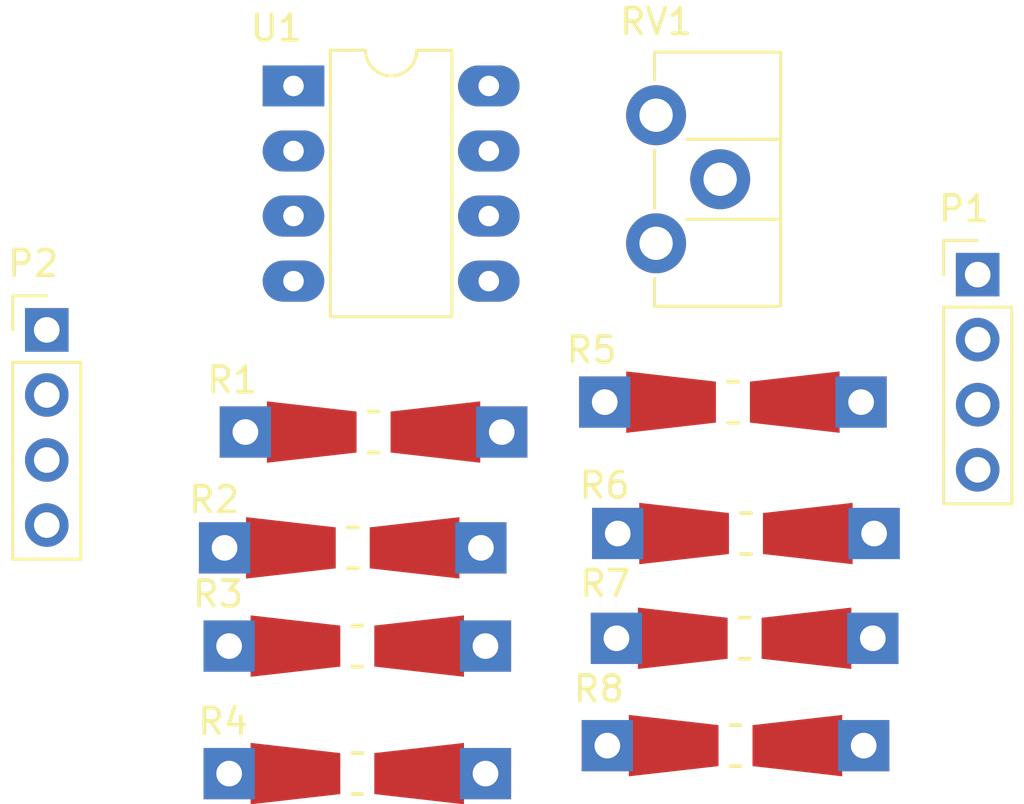
<source format=kicad_pcb>
(kicad_pcb (version 4) (host pcbnew 4.0.6)

  (general
    (links 37)
    (no_connects 37)
    (area 0 0 0 0)
    (thickness 1.6)
    (drawings 0)
    (tracks 0)
    (zones 0)
    (modules 12)
    (nets 14)
  )

  (page A4)
  (layers
    (0 F.Cu signal)
    (31 B.Cu signal)
    (32 B.Adhes user)
    (33 F.Adhes user)
    (34 B.Paste user)
    (35 F.Paste user)
    (36 B.SilkS user)
    (37 F.SilkS user)
    (38 B.Mask user)
    (39 F.Mask user)
    (40 Dwgs.User user)
    (41 Cmts.User user)
    (42 Eco1.User user)
    (43 Eco2.User user)
    (44 Edge.Cuts user)
    (45 Margin user)
    (46 B.CrtYd user)
    (47 F.CrtYd user)
    (48 B.Fab user)
    (49 F.Fab user)
  )

  (setup
    (last_trace_width 0.25)
    (trace_clearance 0.2)
    (zone_clearance 0.508)
    (zone_45_only no)
    (trace_min 0.2)
    (segment_width 0.2)
    (edge_width 0.1)
    (via_size 0.6)
    (via_drill 0.4)
    (via_min_size 0.4)
    (via_min_drill 0.3)
    (uvia_size 0.3)
    (uvia_drill 0.1)
    (uvias_allowed no)
    (uvia_min_size 0.2)
    (uvia_min_drill 0.1)
    (pcb_text_width 0.3)
    (pcb_text_size 1.5 1.5)
    (mod_edge_width 0.15)
    (mod_text_size 1 1)
    (mod_text_width 0.15)
    (pad_size 1.5 1.5)
    (pad_drill 0.6)
    (pad_to_mask_clearance 0)
    (aux_axis_origin 0 0)
    (visible_elements FFFFFF7F)
    (pcbplotparams
      (layerselection 0x00030_80000001)
      (usegerberextensions false)
      (excludeedgelayer true)
      (linewidth 0.100000)
      (plotframeref false)
      (viasonmask false)
      (mode 1)
      (useauxorigin false)
      (hpglpennumber 1)
      (hpglpenspeed 20)
      (hpglpendiameter 15)
      (hpglpenoverlay 2)
      (psnegative false)
      (psa4output false)
      (plotreference true)
      (plotvalue true)
      (plotinvisibletext false)
      (padsonsilk false)
      (subtractmaskfromsilk false)
      (outputformat 1)
      (mirror false)
      (drillshape 1)
      (scaleselection 1)
      (outputdirectory ""))
  )

  (net 0 "")
  (net 1 "Net-(P1-Pad1)")
  (net 2 "Net-(P1-Pad2)")
  (net 3 "Net-(P1-Pad3)")
  (net 4 "Net-(P1-Pad4)")
  (net 5 Vo)
  (net 6 V+)
  (net 7 V-)
  (net 8 Earth)
  (net 9 "Net-(R1-Pad1)")
  (net 10 "Net-(R2-Pad1)")
  (net 11 "Net-(RV1-Pad3)")
  (net 12 "Net-(RV1-Pad2)")
  (net 13 "Net-(RV1-Pad1)")

  (net_class Default "This is the default net class."
    (clearance 0.2)
    (trace_width 0.25)
    (via_dia 0.6)
    (via_drill 0.4)
    (uvia_dia 0.3)
    (uvia_drill 0.1)
    (add_net Earth)
    (add_net "Net-(P1-Pad1)")
    (add_net "Net-(P1-Pad2)")
    (add_net "Net-(P1-Pad3)")
    (add_net "Net-(P1-Pad4)")
    (add_net "Net-(R1-Pad1)")
    (add_net "Net-(R2-Pad1)")
    (add_net "Net-(RV1-Pad1)")
    (add_net "Net-(RV1-Pad2)")
    (add_net "Net-(RV1-Pad3)")
    (add_net V+)
    (add_net V-)
    (add_net Vo)
  )

  (module Pin_Headers:Pin_Header_Straight_1x04_Pitch2.54mm (layer F.Cu) (tedit 59659013) (tstamp 59658E1B)
    (at 147.955 101.346)
    (descr "Through hole straight pin header, 1x04, 2.54mm pitch, single row")
    (tags "Through hole pin header THT 1x04 2.54mm single row")
    (path /5850C311)
    (fp_text reference P1 (at -0.5334 -2.5654) (layer F.SilkS)
      (effects (font (size 1 1) (thickness 0.15)))
    )
    (fp_text value CONN_01X04 (at 0 9.95) (layer F.Fab) hide
      (effects (font (size 1 1) (thickness 0.15)))
    )
    (fp_line (start -0.635 -1.27) (end 1.27 -1.27) (layer F.Fab) (width 0.1))
    (fp_line (start 1.27 -1.27) (end 1.27 8.89) (layer F.Fab) (width 0.1))
    (fp_line (start 1.27 8.89) (end -1.27 8.89) (layer F.Fab) (width 0.1))
    (fp_line (start -1.27 8.89) (end -1.27 -0.635) (layer F.Fab) (width 0.1))
    (fp_line (start -1.27 -0.635) (end -0.635 -1.27) (layer F.Fab) (width 0.1))
    (fp_line (start -1.33 8.95) (end 1.33 8.95) (layer F.SilkS) (width 0.12))
    (fp_line (start -1.33 1.27) (end -1.33 8.95) (layer F.SilkS) (width 0.12))
    (fp_line (start 1.33 1.27) (end 1.33 8.95) (layer F.SilkS) (width 0.12))
    (fp_line (start -1.33 1.27) (end 1.33 1.27) (layer F.SilkS) (width 0.12))
    (fp_line (start -1.33 0) (end -1.33 -1.33) (layer F.SilkS) (width 0.12))
    (fp_line (start -1.33 -1.33) (end 0 -1.33) (layer F.SilkS) (width 0.12))
    (fp_line (start -1.8 -1.8) (end -1.8 9.4) (layer F.CrtYd) (width 0.05))
    (fp_line (start -1.8 9.4) (end 1.8 9.4) (layer F.CrtYd) (width 0.05))
    (fp_line (start 1.8 9.4) (end 1.8 -1.8) (layer F.CrtYd) (width 0.05))
    (fp_line (start 1.8 -1.8) (end -1.8 -1.8) (layer F.CrtYd) (width 0.05))
    (fp_text user %R (at 0 3.81 90) (layer F.Fab)
      (effects (font (size 1 1) (thickness 0.15)))
    )
    (pad 1 thru_hole rect (at 0 0) (size 1.7 1.7) (drill 1) (layers *.Cu *.Mask)
      (net 1 "Net-(P1-Pad1)"))
    (pad 2 thru_hole oval (at 0 2.54) (size 1.7 1.7) (drill 1) (layers *.Cu *.Mask)
      (net 2 "Net-(P1-Pad2)"))
    (pad 3 thru_hole oval (at 0 5.08) (size 1.7 1.7) (drill 1) (layers *.Cu *.Mask)
      (net 3 "Net-(P1-Pad3)"))
    (pad 4 thru_hole oval (at 0 7.62) (size 1.7 1.7) (drill 1) (layers *.Cu *.Mask)
      (net 4 "Net-(P1-Pad4)"))
    (model ${KISYS3DMOD}/Pin_Headers.3dshapes/Pin_Header_Straight_1x04_Pitch2.54mm.wrl
      (at (xyz 0 0 0))
      (scale (xyz 1 1 1))
      (rotate (xyz 0 0 0))
    )
  )

  (module Pin_Headers:Pin_Header_Straight_1x04_Pitch2.54mm (layer F.Cu) (tedit 59659016) (tstamp 59658E23)
    (at 111.633 103.505)
    (descr "Through hole straight pin header, 1x04, 2.54mm pitch, single row")
    (tags "Through hole pin header THT 1x04 2.54mm single row")
    (path /59658F33)
    (fp_text reference P2 (at -0.5334 -2.5908) (layer F.SilkS)
      (effects (font (size 1 1) (thickness 0.15)))
    )
    (fp_text value CONN_01X04 (at 2.8448 10.5664) (layer F.Fab) hide
      (effects (font (size 1 1) (thickness 0.15)))
    )
    (fp_line (start -0.635 -1.27) (end 1.27 -1.27) (layer F.Fab) (width 0.1))
    (fp_line (start 1.27 -1.27) (end 1.27 8.89) (layer F.Fab) (width 0.1))
    (fp_line (start 1.27 8.89) (end -1.27 8.89) (layer F.Fab) (width 0.1))
    (fp_line (start -1.27 8.89) (end -1.27 -0.635) (layer F.Fab) (width 0.1))
    (fp_line (start -1.27 -0.635) (end -0.635 -1.27) (layer F.Fab) (width 0.1))
    (fp_line (start -1.33 8.95) (end 1.33 8.95) (layer F.SilkS) (width 0.12))
    (fp_line (start -1.33 1.27) (end -1.33 8.95) (layer F.SilkS) (width 0.12))
    (fp_line (start 1.33 1.27) (end 1.33 8.95) (layer F.SilkS) (width 0.12))
    (fp_line (start -1.33 1.27) (end 1.33 1.27) (layer F.SilkS) (width 0.12))
    (fp_line (start -1.33 0) (end -1.33 -1.33) (layer F.SilkS) (width 0.12))
    (fp_line (start -1.33 -1.33) (end 0 -1.33) (layer F.SilkS) (width 0.12))
    (fp_line (start -1.8 -1.8) (end -1.8 9.4) (layer F.CrtYd) (width 0.05))
    (fp_line (start -1.8 9.4) (end 1.8 9.4) (layer F.CrtYd) (width 0.05))
    (fp_line (start 1.8 9.4) (end 1.8 -1.8) (layer F.CrtYd) (width 0.05))
    (fp_line (start 1.8 -1.8) (end -1.8 -1.8) (layer F.CrtYd) (width 0.05))
    (fp_text user %R (at 0 3.81 90) (layer F.Fab)
      (effects (font (size 1 1) (thickness 0.15)))
    )
    (pad 1 thru_hole rect (at 0 0) (size 1.7 1.7) (drill 1) (layers *.Cu *.Mask)
      (net 5 Vo))
    (pad 2 thru_hole oval (at 0 2.54) (size 1.7 1.7) (drill 1) (layers *.Cu *.Mask)
      (net 6 V+))
    (pad 3 thru_hole oval (at 0 5.08) (size 1.7 1.7) (drill 1) (layers *.Cu *.Mask)
      (net 7 V-))
    (pad 4 thru_hole oval (at 0 7.62) (size 1.7 1.7) (drill 1) (layers *.Cu *.Mask)
      (net 8 Earth))
    (model ${KISYS3DMOD}/Pin_Headers.3dshapes/Pin_Header_Straight_1x04_Pitch2.54mm.wrl
      (at (xyz 0 0 0))
      (scale (xyz 1 1 1))
      (rotate (xyz 0 0 0))
    )
  )

  (module Resistors_Universal:Resistor_SMD+THTuniversal_0805to1206_RM10_HandSoldering (layer F.Cu) (tedit 59658FF6) (tstamp 59658E2B)
    (at 124.3838 107.4928)
    (descr "Resistor, SMD and THT, universal, 0805 to 1206,RM10,  Hand soldering,")
    (tags "Resistor, SMD and THT, universal, 0805 to 1206, RM10, Hand soldering,")
    (path /59658C65)
    (fp_text reference R1 (at -5.5118 -2.032) (layer F.SilkS)
      (effects (font (size 1 1) (thickness 0.15)))
    )
    (fp_text value 20k (at -0.39878 4.20116) (layer F.Fab) hide
      (effects (font (size 1 1) (thickness 0.15)))
    )
    (fp_line (start 0 0.8001) (end 0.20066 0.8001) (layer F.SilkS) (width 0.15))
    (fp_line (start 0 0.8001) (end -0.20066 0.8001) (layer F.SilkS) (width 0.15))
    (fp_line (start -0.09906 -0.8001) (end -0.20066 -0.8001) (layer F.SilkS) (width 0.15))
    (fp_line (start -0.20066 -0.8001) (end 0.20066 -0.8001) (layer F.SilkS) (width 0.15))
    (pad 1 smd trapezoid (at -2.413 0) (size 3.50012 1.99898) (rect_delta 0.39878 0 ) (layers F.Cu F.Paste F.Mask)
      (net 9 "Net-(R1-Pad1)"))
    (pad 2 smd trapezoid (at 2.413 0 180) (size 3.50012 1.99898) (rect_delta 0.39878 0 ) (layers F.Cu F.Paste F.Mask)
      (net 1 "Net-(P1-Pad1)"))
    (pad 1 thru_hole rect (at -5.00126 0 180) (size 1.99898 1.99898) (drill 1.00076) (layers *.Cu *.Mask)
      (net 9 "Net-(R1-Pad1)"))
    (pad 2 thru_hole rect (at 5.00126 0 180) (size 1.99898 1.99898) (drill 1.00076) (layers *.Cu *.Mask)
      (net 1 "Net-(P1-Pad1)"))
  )

  (module Resistors_Universal:Resistor_SMD+THTuniversal_0805to1206_RM10_HandSoldering (layer F.Cu) (tedit 59658FFC) (tstamp 59658E33)
    (at 123.571 112.014)
    (descr "Resistor, SMD and THT, universal, 0805 to 1206,RM10,  Hand soldering,")
    (tags "Resistor, SMD and THT, universal, 0805 to 1206, RM10, Hand soldering,")
    (path /59658A26)
    (fp_text reference R2 (at -5.4102 -1.8796) (layer F.SilkS)
      (effects (font (size 1 1) (thickness 0.15)))
    )
    (fp_text value 10k (at -0.39878 4.20116) (layer F.Fab) hide
      (effects (font (size 1 1) (thickness 0.15)))
    )
    (fp_line (start 0 0.8001) (end 0.20066 0.8001) (layer F.SilkS) (width 0.15))
    (fp_line (start 0 0.8001) (end -0.20066 0.8001) (layer F.SilkS) (width 0.15))
    (fp_line (start -0.09906 -0.8001) (end -0.20066 -0.8001) (layer F.SilkS) (width 0.15))
    (fp_line (start -0.20066 -0.8001) (end 0.20066 -0.8001) (layer F.SilkS) (width 0.15))
    (pad 1 smd trapezoid (at -2.413 0) (size 3.50012 1.99898) (rect_delta 0.39878 0 ) (layers F.Cu F.Paste F.Mask)
      (net 10 "Net-(R2-Pad1)"))
    (pad 2 smd trapezoid (at 2.413 0 180) (size 3.50012 1.99898) (rect_delta 0.39878 0 ) (layers F.Cu F.Paste F.Mask)
      (net 4 "Net-(P1-Pad4)"))
    (pad 1 thru_hole rect (at -5.00126 0 180) (size 1.99898 1.99898) (drill 1.00076) (layers *.Cu *.Mask)
      (net 10 "Net-(R2-Pad1)"))
    (pad 2 thru_hole rect (at 5.00126 0 180) (size 1.99898 1.99898) (drill 1.00076) (layers *.Cu *.Mask)
      (net 4 "Net-(P1-Pad4)"))
  )

  (module Resistors_Universal:Resistor_SMD+THTuniversal_0805to1206_RM10_HandSoldering (layer F.Cu) (tedit 59658FFA) (tstamp 59658E3B)
    (at 123.7488 115.8494)
    (descr "Resistor, SMD and THT, universal, 0805 to 1206,RM10,  Hand soldering,")
    (tags "Resistor, SMD and THT, universal, 0805 to 1206, RM10, Hand soldering,")
    (path /5850C20E)
    (fp_text reference R3 (at -5.4356 -2.032) (layer F.SilkS)
      (effects (font (size 1 1) (thickness 0.15)))
    )
    (fp_text value 10k (at -0.39878 4.20116) (layer F.Fab) hide
      (effects (font (size 1 1) (thickness 0.15)))
    )
    (fp_line (start 0 0.8001) (end 0.20066 0.8001) (layer F.SilkS) (width 0.15))
    (fp_line (start 0 0.8001) (end -0.20066 0.8001) (layer F.SilkS) (width 0.15))
    (fp_line (start -0.09906 -0.8001) (end -0.20066 -0.8001) (layer F.SilkS) (width 0.15))
    (fp_line (start -0.20066 -0.8001) (end 0.20066 -0.8001) (layer F.SilkS) (width 0.15))
    (pad 1 smd trapezoid (at -2.413 0) (size 3.50012 1.99898) (rect_delta 0.39878 0 ) (layers F.Cu F.Paste F.Mask)
      (net 10 "Net-(R2-Pad1)"))
    (pad 2 smd trapezoid (at 2.413 0 180) (size 3.50012 1.99898) (rect_delta 0.39878 0 ) (layers F.Cu F.Paste F.Mask)
      (net 4 "Net-(P1-Pad4)"))
    (pad 1 thru_hole rect (at -5.00126 0 180) (size 1.99898 1.99898) (drill 1.00076) (layers *.Cu *.Mask)
      (net 10 "Net-(R2-Pad1)"))
    (pad 2 thru_hole rect (at 5.00126 0 180) (size 1.99898 1.99898) (drill 1.00076) (layers *.Cu *.Mask)
      (net 4 "Net-(P1-Pad4)"))
  )

  (module Resistors_Universal:Resistor_SMD+THTuniversal_0805to1206_RM10_HandSoldering (layer F.Cu) (tedit 59659000) (tstamp 59658E43)
    (at 123.7488 120.8278)
    (descr "Resistor, SMD and THT, universal, 0805 to 1206,RM10,  Hand soldering,")
    (tags "Resistor, SMD and THT, universal, 0805 to 1206, RM10, Hand soldering,")
    (path /59658B15)
    (fp_text reference R4 (at -5.2324 -2.032) (layer F.SilkS)
      (effects (font (size 1 1) (thickness 0.15)))
    )
    (fp_text value 10k (at -0.39878 4.20116) (layer F.Fab) hide
      (effects (font (size 1 1) (thickness 0.15)))
    )
    (fp_line (start 0 0.8001) (end 0.20066 0.8001) (layer F.SilkS) (width 0.15))
    (fp_line (start 0 0.8001) (end -0.20066 0.8001) (layer F.SilkS) (width 0.15))
    (fp_line (start -0.09906 -0.8001) (end -0.20066 -0.8001) (layer F.SilkS) (width 0.15))
    (fp_line (start -0.20066 -0.8001) (end 0.20066 -0.8001) (layer F.SilkS) (width 0.15))
    (pad 1 smd trapezoid (at -2.413 0) (size 3.50012 1.99898) (rect_delta 0.39878 0 ) (layers F.Cu F.Paste F.Mask)
      (net 10 "Net-(R2-Pad1)"))
    (pad 2 smd trapezoid (at 2.413 0 180) (size 3.50012 1.99898) (rect_delta 0.39878 0 ) (layers F.Cu F.Paste F.Mask)
      (net 3 "Net-(P1-Pad3)"))
    (pad 1 thru_hole rect (at -5.00126 0 180) (size 1.99898 1.99898) (drill 1.00076) (layers *.Cu *.Mask)
      (net 10 "Net-(R2-Pad1)"))
    (pad 2 thru_hole rect (at 5.00126 0 180) (size 1.99898 1.99898) (drill 1.00076) (layers *.Cu *.Mask)
      (net 3 "Net-(P1-Pad3)"))
  )

  (module Resistors_Universal:Resistor_SMD+THTuniversal_0805to1206_RM10_HandSoldering (layer F.Cu) (tedit 59659003) (tstamp 59658E4B)
    (at 138.4046 106.3244)
    (descr "Resistor, SMD and THT, universal, 0805 to 1206,RM10,  Hand soldering,")
    (tags "Resistor, SMD and THT, universal, 0805 to 1206, RM10, Hand soldering,")
    (path /5850C24B)
    (fp_text reference R5 (at -5.5118 -2.032) (layer F.SilkS)
      (effects (font (size 1 1) (thickness 0.15)))
    )
    (fp_text value 20k (at -0.39878 4.20116) (layer F.Fab) hide
      (effects (font (size 1 1) (thickness 0.15)))
    )
    (fp_line (start 0 0.8001) (end 0.20066 0.8001) (layer F.SilkS) (width 0.15))
    (fp_line (start 0 0.8001) (end -0.20066 0.8001) (layer F.SilkS) (width 0.15))
    (fp_line (start -0.09906 -0.8001) (end -0.20066 -0.8001) (layer F.SilkS) (width 0.15))
    (fp_line (start -0.20066 -0.8001) (end 0.20066 -0.8001) (layer F.SilkS) (width 0.15))
    (pad 1 smd trapezoid (at -2.413 0) (size 3.50012 1.99898) (rect_delta 0.39878 0 ) (layers F.Cu F.Paste F.Mask)
      (net 10 "Net-(R2-Pad1)"))
    (pad 2 smd trapezoid (at 2.413 0 180) (size 3.50012 1.99898) (rect_delta 0.39878 0 ) (layers F.Cu F.Paste F.Mask)
      (net 2 "Net-(P1-Pad2)"))
    (pad 1 thru_hole rect (at -5.00126 0 180) (size 1.99898 1.99898) (drill 1.00076) (layers *.Cu *.Mask)
      (net 10 "Net-(R2-Pad1)"))
    (pad 2 thru_hole rect (at 5.00126 0 180) (size 1.99898 1.99898) (drill 1.00076) (layers *.Cu *.Mask)
      (net 2 "Net-(P1-Pad2)"))
  )

  (module Resistors_Universal:Resistor_SMD+THTuniversal_0805to1206_RM10_HandSoldering (layer F.Cu) (tedit 59658FDA) (tstamp 59658E53)
    (at 138.9126 111.4552)
    (descr "Resistor, SMD and THT, universal, 0805 to 1206,RM10,  Hand soldering,")
    (tags "Resistor, SMD and THT, universal, 0805 to 1206, RM10, Hand soldering,")
    (path /59658B4F)
    (fp_text reference R6 (at -5.5118 -1.8796) (layer F.SilkS)
      (effects (font (size 1 1) (thickness 0.15)))
    )
    (fp_text value 20k (at -0.39878 4.20116) (layer F.Fab) hide
      (effects (font (size 1 1) (thickness 0.15)))
    )
    (fp_line (start 0 0.8001) (end 0.20066 0.8001) (layer F.SilkS) (width 0.15))
    (fp_line (start 0 0.8001) (end -0.20066 0.8001) (layer F.SilkS) (width 0.15))
    (fp_line (start -0.09906 -0.8001) (end -0.20066 -0.8001) (layer F.SilkS) (width 0.15))
    (fp_line (start -0.20066 -0.8001) (end 0.20066 -0.8001) (layer F.SilkS) (width 0.15))
    (pad 1 smd trapezoid (at -2.413 0) (size 3.50012 1.99898) (rect_delta 0.39878 0 ) (layers F.Cu F.Paste F.Mask)
      (net 10 "Net-(R2-Pad1)"))
    (pad 2 smd trapezoid (at 2.413 0 180) (size 3.50012 1.99898) (rect_delta 0.39878 0 ) (layers F.Cu F.Paste F.Mask)
      (net 9 "Net-(R1-Pad1)"))
    (pad 1 thru_hole rect (at -5.00126 0 180) (size 1.99898 1.99898) (drill 1.00076) (layers *.Cu *.Mask)
      (net 10 "Net-(R2-Pad1)"))
    (pad 2 thru_hole rect (at 5.00126 0 180) (size 1.99898 1.99898) (drill 1.00076) (layers *.Cu *.Mask)
      (net 9 "Net-(R1-Pad1)"))
  )

  (module Resistors_Universal:Resistor_SMD+THTuniversal_0805to1206_RM10_HandSoldering (layer F.Cu) (tedit 59659007) (tstamp 59658E5B)
    (at 138.8618 115.5446)
    (descr "Resistor, SMD and THT, universal, 0805 to 1206,RM10,  Hand soldering,")
    (tags "Resistor, SMD and THT, universal, 0805 to 1206, RM10, Hand soldering,")
    (path /59658983)
    (fp_text reference R7 (at -5.4356 -2.1336) (layer F.SilkS)
      (effects (font (size 1 1) (thickness 0.15)))
    )
    (fp_text value 16k (at -0.39878 4.20116) (layer F.Fab) hide
      (effects (font (size 1 1) (thickness 0.15)))
    )
    (fp_line (start 0 0.8001) (end 0.20066 0.8001) (layer F.SilkS) (width 0.15))
    (fp_line (start 0 0.8001) (end -0.20066 0.8001) (layer F.SilkS) (width 0.15))
    (fp_line (start -0.09906 -0.8001) (end -0.20066 -0.8001) (layer F.SilkS) (width 0.15))
    (fp_line (start -0.20066 -0.8001) (end 0.20066 -0.8001) (layer F.SilkS) (width 0.15))
    (pad 1 smd trapezoid (at -2.413 0) (size 3.50012 1.99898) (rect_delta 0.39878 0 ) (layers F.Cu F.Paste F.Mask)
      (net 5 Vo))
    (pad 2 smd trapezoid (at 2.413 0 180) (size 3.50012 1.99898) (rect_delta 0.39878 0 ) (layers F.Cu F.Paste F.Mask)
      (net 10 "Net-(R2-Pad1)"))
    (pad 1 thru_hole rect (at -5.00126 0 180) (size 1.99898 1.99898) (drill 1.00076) (layers *.Cu *.Mask)
      (net 5 Vo))
    (pad 2 thru_hole rect (at 5.00126 0 180) (size 1.99898 1.99898) (drill 1.00076) (layers *.Cu *.Mask)
      (net 10 "Net-(R2-Pad1)"))
  )

  (module Resistors_Universal:Resistor_SMD+THTuniversal_0805to1206_RM10_HandSoldering (layer F.Cu) (tedit 59658FB5) (tstamp 59658E63)
    (at 138.5062 119.7356)
    (descr "Resistor, SMD and THT, universal, 0805 to 1206,RM10,  Hand soldering,")
    (tags "Resistor, SMD and THT, universal, 0805 to 1206, RM10, Hand soldering,")
    (path /5850C1D3)
    (fp_text reference R8 (at -5.334 -2.2098) (layer F.SilkS)
      (effects (font (size 1 1) (thickness 0.15)))
    )
    (fp_text value 16k (at -3.1242 2.4892) (layer F.Fab) hide
      (effects (font (size 1 1) (thickness 0.15)))
    )
    (fp_line (start 0 0.8001) (end 0.20066 0.8001) (layer F.SilkS) (width 0.15))
    (fp_line (start 0 0.8001) (end -0.20066 0.8001) (layer F.SilkS) (width 0.15))
    (fp_line (start -0.09906 -0.8001) (end -0.20066 -0.8001) (layer F.SilkS) (width 0.15))
    (fp_line (start -0.20066 -0.8001) (end 0.20066 -0.8001) (layer F.SilkS) (width 0.15))
    (pad 1 smd trapezoid (at -2.413 0) (size 3.50012 1.99898) (rect_delta 0.39878 0 ) (layers F.Cu F.Paste F.Mask)
      (net 5 Vo))
    (pad 2 smd trapezoid (at 2.413 0 180) (size 3.50012 1.99898) (rect_delta 0.39878 0 ) (layers F.Cu F.Paste F.Mask)
      (net 10 "Net-(R2-Pad1)"))
    (pad 1 thru_hole rect (at -5.00126 0 180) (size 1.99898 1.99898) (drill 1.00076) (layers *.Cu *.Mask)
      (net 5 Vo))
    (pad 2 thru_hole rect (at 5.00126 0 180) (size 1.99898 1.99898) (drill 1.00076) (layers *.Cu *.Mask)
      (net 10 "Net-(R2-Pad1)"))
  )

  (module Potentiometers:Potentiometer_Trimmer_ACP_CA9h2.5_Vertical_Px2.5mm_Py5.0mm (layer F.Cu) (tedit 59658FC7) (tstamp 59658E6A)
    (at 135.4074 95.123)
    (descr "Potentiometer, vertically mounted, Omeg PC16PU, Omeg PC16PU, Omeg PC16PU, Vishay/Spectrol 248GJ/249GJ Single, Vishay/Spectrol 248GJ/249GJ Single, Vishay/Spectrol 248GJ/249GJ Single, Vishay/Spectrol 248GH/249GH Single, Vishay/Spectrol 148/149 Single, Vishay/Spectrol 148/149 Single, Vishay/Spectrol 148/149 Single, Vishay/Spectrol 148A/149A Single with mounting plates, Vishay/Spectrol 148/149 Double, Vishay/Spectrol 148A/149A Double with mounting plates, Piher PC-16 Single, Piher PC-16 Single, Piher PC-16 Single, Piher PC-16SV Single, Piher PC-16 Double, Piher PC-16 Triple, Piher T16H Single, Piher T16L Single, Piher T16H Double, Alps RK163 Single, Alps RK163 Double, Alps RK097 Single, Alps RK097 Double, Bourns PTV09A-2 Single with mounting sleve Single, Bourns PTV09A-1 with mounting sleve Single, Bourns PRS11S Single, Alps RK09K Single with mounting sleve Single, Alps RK09K with mounting sleve Single, Alps RK09L Single, Alps RK09L Single, Alps RK09L Double, Alps RK09L Double, Alps RK09Y Single, Bourns 3339S Single, Bourns 3339S Single, Bourns 3339P Single, Bourns 3339H Single, Vishay T7YA Single, Suntan TSR-3386H Single, Suntan TSR-3386H Single, Suntan TSR-3386P Single, Vishay T73XX Single, Vishay T73XX Single, Vishay T73YP Single, Piher PT-6h Single, Piher PT-6v Single, Piher PT-6v Single, Piher PT-10h2.5 Single, Piher PT-10h5 Single, Piher PT-101h3.8 Single, Piher PT-10v10 Single, Piher PT-10v10 Single, Piher PT-10v5 Single, Piher PT-15h5 Single, Piher PT-15h2.5 Single, Piher PT-15B Single, Piher PT-15hc5 Single, Piher PT-15v12.5 Single, Piher PT-15v12.5 Single, Piher PT-15v15 Single, Piher PT-15v15 Single, ACP CA6h Single, ACP CA6v Single, ACP CA6v Single, ACP CA6VSMD Single, ACP CA6VSMD Single, ACP CA9h2.5 Single, http://www.acptechnologies.com/wp-content/uploads/2016/12/ACP-CAT%C3%81LOGO-ENTERO-2016.pdf")
    (tags "Potentiometer vertical  Omeg PC16PU  Omeg PC16PU  Omeg PC16PU  Vishay/Spectrol 248GJ/249GJ Single  Vishay/Spectrol 248GJ/249GJ Single  Vishay/Spectrol 248GJ/249GJ Single  Vishay/Spectrol 248GH/249GH Single  Vishay/Spectrol 148/149 Single  Vishay/Spectrol 148/149 Single  Vishay/Spectrol 148/149 Single  Vishay/Spectrol 148A/149A Single with mounting plates  Vishay/Spectrol 148/149 Double  Vishay/Spectrol 148A/149A Double with mounting plates  Piher PC-16 Single  Piher PC-16 Single  Piher PC-16 Single  Piher PC-16SV Single  Piher PC-16 Double  Piher PC-16 Triple  Piher T16H Single  Piher T16L Single  Piher T16H Double  Alps RK163 Single  Alps RK163 Double  Alps RK097 Single  Alps RK097 Double  Bourns PTV09A-2 Single with mounting sleve Single  Bourns PTV09A-1 with mounting sleve Single  Bourns PRS11S Single  Alps RK09K Single with mounting sleve Single  Alps RK09K with mounting sleve Single  Alps RK09L Single  Alps RK09L Single  Alps RK09L Double  Alps RK09L Double  Alps RK09Y Single  Bourns 3339S Single  Bourns 3339S Single  Bourns 3339P Single  Bourns 3339H Single  Vishay T7YA Single  Suntan TSR-3386H Single  Suntan TSR-3386H Single  Suntan TSR-3386P Single  Vishay T73XX Single  Vishay T73XX Single  Vishay T73YP Single  Piher PT-6h Single  Piher PT-6v Single  Piher PT-6v Single  Piher PT-10h2.5 Single  Piher PT-10h5 Single  Piher PT-101h3.8 Single  Piher PT-10v10 Single  Piher PT-10v10 Single  Piher PT-10v5 Single  Piher PT-15h5 Single  Piher PT-15h2.5 Single  Piher PT-15B Single  Piher PT-15hc5 Single  Piher PT-15v12.5 Single  Piher PT-15v12.5 Single  Piher PT-15v15 Single  Piher PT-15v15 Single  ACP CA6h Single  ACP CA6v Single  ACP CA6v Single  ACP CA6VSMD Single  ACP CA6VSMD Single  ACP CA9h2.5 Single")
    (path /5965911A)
    (fp_text reference RV1 (at 0 -3.65) (layer F.SilkS)
      (effects (font (size 1 1) (thickness 0.15)))
    )
    (fp_text value POT (at 0 8.65) (layer F.Fab) hide
      (effects (font (size 1 1) (thickness 0.15)))
    )
    (fp_line (start 4.8 -2.4) (end 4.8 7.4) (layer F.Fab) (width 0.1))
    (fp_line (start 4.8 7.4) (end 0 7.4) (layer F.Fab) (width 0.1))
    (fp_line (start 0 7.4) (end 0 -2.4) (layer F.Fab) (width 0.1))
    (fp_line (start 0 -2.4) (end 4.8 -2.4) (layer F.Fab) (width 0.1))
    (fp_line (start 0 1) (end 0 4) (layer F.Fab) (width 0.1))
    (fp_line (start 0 4) (end 4.8 4) (layer F.Fab) (width 0.1))
    (fp_line (start 4.8 4) (end 4.8 1) (layer F.Fab) (width 0.1))
    (fp_line (start 4.8 1) (end 0 1) (layer F.Fab) (width 0.1))
    (fp_line (start -0.061 -2.461) (end 4.86 -2.461) (layer F.SilkS) (width 0.12))
    (fp_line (start -0.061 7.46) (end 4.86 7.46) (layer F.SilkS) (width 0.12))
    (fp_line (start 4.86 -2.461) (end 4.86 7.46) (layer F.SilkS) (width 0.12))
    (fp_line (start -0.061 6.365) (end -0.061 7.46) (layer F.SilkS) (width 0.12))
    (fp_line (start -0.061 -2.461) (end -0.061 -1.365) (layer F.SilkS) (width 0.12))
    (fp_line (start -0.061 1.365) (end -0.061 3.635) (layer F.SilkS) (width 0.12))
    (fp_line (start 1.185 0.94) (end 4.86 0.94) (layer F.SilkS) (width 0.12))
    (fp_line (start 1.185 4.061) (end 4.86 4.061) (layer F.SilkS) (width 0.12))
    (fp_line (start -0.061 1.365) (end -0.061 3.635) (layer F.SilkS) (width 0.12))
    (fp_line (start 4.86 0.94) (end 4.86 4.061) (layer F.SilkS) (width 0.12))
    (fp_line (start -1.45 -2.7) (end -1.45 7.65) (layer F.CrtYd) (width 0.05))
    (fp_line (start -1.45 7.65) (end 5.05 7.65) (layer F.CrtYd) (width 0.05))
    (fp_line (start 5.05 7.65) (end 5.05 -2.7) (layer F.CrtYd) (width 0.05))
    (fp_line (start 5.05 -2.7) (end -1.45 -2.7) (layer F.CrtYd) (width 0.05))
    (pad 3 thru_hole circle (at 0 5) (size 2.34 2.34) (drill 1.3) (layers *.Cu *.Mask)
      (net 11 "Net-(RV1-Pad3)"))
    (pad 2 thru_hole circle (at 2.5 2.5) (size 2.34 2.34) (drill 1.3) (layers *.Cu *.Mask)
      (net 12 "Net-(RV1-Pad2)"))
    (pad 1 thru_hole circle (at 0 0) (size 2.34 2.34) (drill 1.3) (layers *.Cu *.Mask)
      (net 13 "Net-(RV1-Pad1)"))
    (model Potentiometers.3dshapes/Potentiometer_Trimmer_ACP_CA9h2.5_Vertical_Px2.5mm_Py5.0mm.wrl
      (at (xyz 0 0 0))
      (scale (xyz 0.393701 0.393701 0.393701))
      (rotate (xyz 0 0 0))
    )
  )

  (module Housings_DIP:DIP-8_W7.62mm_LongPads (layer F.Cu) (tedit 59659020) (tstamp 59658E76)
    (at 121.2596 93.98)
    (descr "8-lead dip package, row spacing 7.62 mm (300 mils), LongPads")
    (tags "DIL DIP PDIP 2.54mm 7.62mm 300mil LongPads")
    (path /5850C12C)
    (fp_text reference U1 (at -0.6604 -2.2606) (layer F.SilkS)
      (effects (font (size 1 1) (thickness 0.15)))
    )
    (fp_text value LM741 (at 3.81 10.01) (layer F.Fab) hide
      (effects (font (size 1 1) (thickness 0.15)))
    )
    (fp_text user %R (at 3.81 3.81) (layer F.Fab)
      (effects (font (size 1 1) (thickness 0.15)))
    )
    (fp_line (start 1.635 -1.27) (end 6.985 -1.27) (layer F.Fab) (width 0.1))
    (fp_line (start 6.985 -1.27) (end 6.985 8.89) (layer F.Fab) (width 0.1))
    (fp_line (start 6.985 8.89) (end 0.635 8.89) (layer F.Fab) (width 0.1))
    (fp_line (start 0.635 8.89) (end 0.635 -0.27) (layer F.Fab) (width 0.1))
    (fp_line (start 0.635 -0.27) (end 1.635 -1.27) (layer F.Fab) (width 0.1))
    (fp_line (start 2.81 -1.39) (end 1.44 -1.39) (layer F.SilkS) (width 0.12))
    (fp_line (start 1.44 -1.39) (end 1.44 9.01) (layer F.SilkS) (width 0.12))
    (fp_line (start 1.44 9.01) (end 6.18 9.01) (layer F.SilkS) (width 0.12))
    (fp_line (start 6.18 9.01) (end 6.18 -1.39) (layer F.SilkS) (width 0.12))
    (fp_line (start 6.18 -1.39) (end 4.81 -1.39) (layer F.SilkS) (width 0.12))
    (fp_line (start -1.5 -1.6) (end -1.5 9.2) (layer F.CrtYd) (width 0.05))
    (fp_line (start -1.5 9.2) (end 9.1 9.2) (layer F.CrtYd) (width 0.05))
    (fp_line (start 9.1 9.2) (end 9.1 -1.6) (layer F.CrtYd) (width 0.05))
    (fp_line (start 9.1 -1.6) (end -1.5 -1.6) (layer F.CrtYd) (width 0.05))
    (fp_arc (start 3.81 -1.39) (end 2.81 -1.39) (angle -180) (layer F.SilkS) (width 0.12))
    (pad 1 thru_hole rect (at 0 0) (size 2.4 1.6) (drill 0.8) (layers *.Cu *.Mask)
      (net 12 "Net-(RV1-Pad2)"))
    (pad 5 thru_hole oval (at 7.62 7.62) (size 2.4 1.6) (drill 0.8) (layers *.Cu *.Mask)
      (net 11 "Net-(RV1-Pad3)"))
    (pad 2 thru_hole oval (at 0 2.54) (size 2.4 1.6) (drill 0.8) (layers *.Cu *.Mask)
      (net 10 "Net-(R2-Pad1)"))
    (pad 6 thru_hole oval (at 7.62 5.08) (size 2.4 1.6) (drill 0.8) (layers *.Cu *.Mask)
      (net 5 Vo))
    (pad 3 thru_hole oval (at 0 5.08) (size 2.4 1.6) (drill 0.8) (layers *.Cu *.Mask)
      (net 8 Earth))
    (pad 7 thru_hole oval (at 7.62 2.54) (size 2.4 1.6) (drill 0.8) (layers *.Cu *.Mask)
      (net 6 V+))
    (pad 4 thru_hole oval (at 0 7.62) (size 2.4 1.6) (drill 0.8) (layers *.Cu *.Mask)
      (net 7 V-))
    (pad 8 thru_hole oval (at 7.62 0) (size 2.4 1.6) (drill 0.8) (layers *.Cu *.Mask))
    (model ${KISYS3DMOD}/Housings_DIP.3dshapes/DIP-8_W7.62mm_LongPads.wrl
      (at (xyz 0 0 0))
      (scale (xyz 1 1 1))
      (rotate (xyz 0 0 0))
    )
  )

)

</source>
